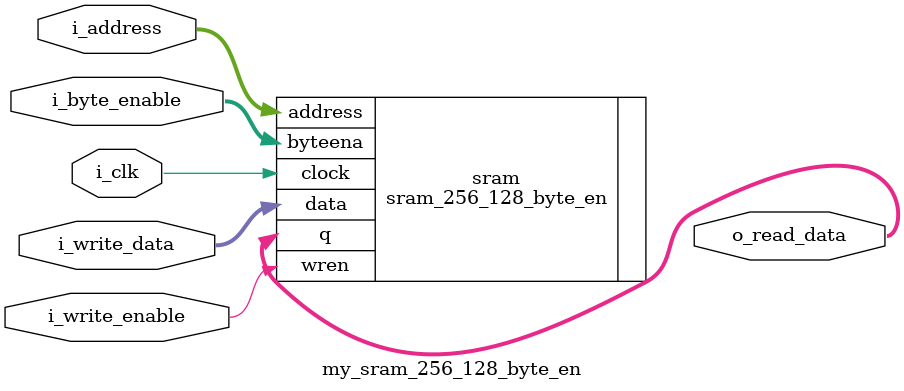
<source format=v>
`timescale 1 ps / 1 ps

module my_sram_256_128_byte_en (
	input wire [7:0]i_address,
	input wire [15:0]i_byte_enable,
	input wire i_clk,
	input wire [127:0]i_write_data,
	input wire i_write_enable,
	output wire [127:0]o_read_data
	);

parameter DATA_WIDTH = 128;
parameter ADDRESS_WIDTH = 8;

sram_256_128_byte_en sram(
	.address(i_address),
	.byteena(i_byte_enable),
	.clock(i_clk),
	.data(i_write_data),
	.wren(i_write_enable),
	.q(o_read_data)
	);
	
endmodule

</source>
